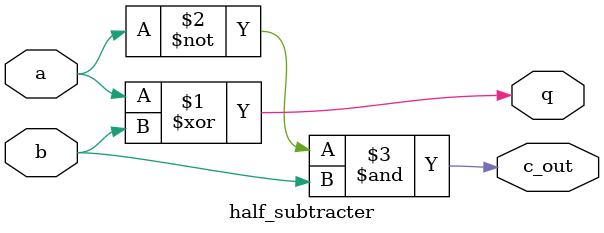
<source format=v>
module half_subtracter(
	input a, b,
	output q, c_out
	);
	assign q = a ^ b;
	assign c_out = ~a & b;
endmodule

</source>
